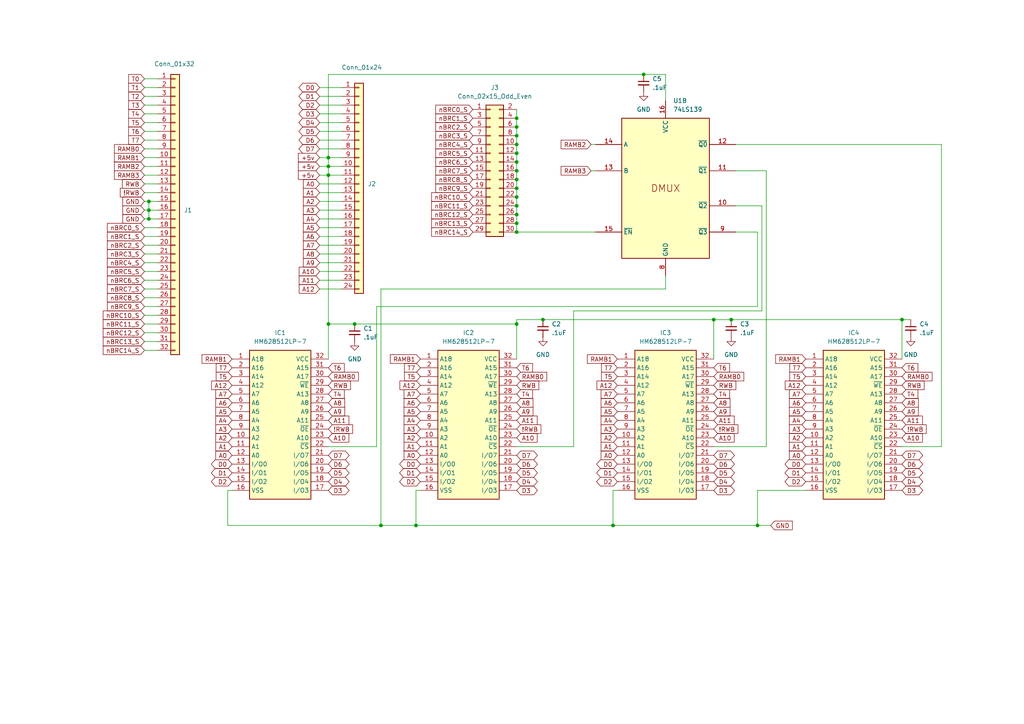
<source format=kicad_sch>
(kicad_sch (version 20231120) (generator "eeschema") (generator_version "8.0")
  (paper "A4")
  (lib_symbols
    (symbol "74xx_IEEE:74LS139"
      (property "Reference" "U" (at 12.7 22.86 0))
      (property "Value" "74LS139" (at 15.24 -22.86 0))
      (symbol "74LS139_0_0"
        (text "DMUX" (at 0 0 0) (effects (font (size 2.032 2.032))))
        (pin power_in line (at 0 25.4 270) (length 5.08) (name "VCC") (number "16"))
        (pin power_in line (at 0 -25.4 90) (length 5.08) (name "GND") (number "8"))
      )
      (symbol "74LS139_1_1"
        (pin input line (at -20.32 -12.7 0) (length 7.62) (name "~{EN}") (number "1"))
        (pin input line (at -20.32 12.7 0) (length 7.62) (name "A") (number "2"))
        (pin input line (at -20.32 5.08 0) (length 7.62) (name "B") (number "3"))
        (pin output line (at 20.32 12.7 180) (length 7.62) (name "~{Q0}") (number "4"))
        (pin output line (at 20.32 5.08 180) (length 7.62) (name "~{Q1}") (number "5"))
        (pin output line (at 20.32 -5.08 180) (length 7.62) (name "~{Q2}") (number "6"))
        (pin output line (at 20.32 -12.7 180) (length 7.62) (name "~{Q3}") (number "7"))
      )
      (symbol "74LS139_2_1"
        (pin output line (at 20.32 -5.08 180) (length 7.62) (name "~{Q2}") (number "10"))
        (pin output line (at 20.32 5.08 180) (length 7.62) (name "~{Q1}") (number "11"))
        (pin output line (at 20.32 12.7 180) (length 7.62) (name "~{Q0}") (number "12"))
        (pin input line (at -20.32 5.08 0) (length 7.62) (name "B") (number "13"))
        (pin input line (at -20.32 12.7 0) (length 7.62) (name "A") (number "14"))
        (pin input line (at -20.32 -12.7 0) (length 7.62) (name "~{EN}") (number "15"))
        (pin output line (at 20.32 -12.7 180) (length 7.62) (name "~{Q3}") (number "9"))
      )
    )
    (symbol "Connector_Generic:Conn_01x24" (pin_names (offset 1.016) hide)
      (property "Reference" "J" (at 0 30.48 0))
      (property "Value" "Conn_01x24" (at 0 -33.02 0))
      (symbol "Conn_01x24_1_1"
        (pin passive line (at -5.08 27.94 0) (length 3.81) (name "Pin_1") (number "1"))
        (pin passive line (at -5.08 5.08 0) (length 3.81) (name "Pin_10") (number "10"))
        (pin passive line (at -5.08 2.54 0) (length 3.81) (name "Pin_11") (number "11"))
        (pin passive line (at -5.08 0 0) (length 3.81) (name "Pin_12") (number "12"))
        (pin passive line (at -5.08 -2.54 0) (length 3.81) (name "Pin_13") (number "13"))
        (pin passive line (at -5.08 -5.08 0) (length 3.81) (name "Pin_14") (number "14"))
        (pin passive line (at -5.08 -7.62 0) (length 3.81) (name "Pin_15") (number "15"))
        (pin passive line (at -5.08 -10.16 0) (length 3.81) (name "Pin_16") (number "16"))
        (pin passive line (at -5.08 -12.7 0) (length 3.81) (name "Pin_17") (number "17"))
        (pin passive line (at -5.08 -15.24 0) (length 3.81) (name "Pin_18") (number "18"))
        (pin passive line (at -5.08 -17.78 0) (length 3.81) (name "Pin_19") (number "19"))
        (pin passive line (at -5.08 25.4 0) (length 3.81) (name "Pin_2") (number "2"))
        (pin passive line (at -5.08 -20.32 0) (length 3.81) (name "Pin_20") (number "20"))
        (pin passive line (at -5.08 -22.86 0) (length 3.81) (name "Pin_21") (number "21"))
        (pin passive line (at -5.08 -25.4 0) (length 3.81) (name "Pin_22") (number "22"))
        (pin passive line (at -5.08 -27.94 0) (length 3.81) (name "Pin_23") (number "23"))
        (pin passive line (at -5.08 -30.48 0) (length 3.81) (name "Pin_24") (number "24"))
        (pin passive line (at -5.08 22.86 0) (length 3.81) (name "Pin_3") (number "3"))
        (pin passive line (at -5.08 20.32 0) (length 3.81) (name "Pin_4") (number "4"))
        (pin passive line (at -5.08 17.78 0) (length 3.81) (name "Pin_5") (number "5"))
        (pin passive line (at -5.08 15.24 0) (length 3.81) (name "Pin_6") (number "6"))
        (pin passive line (at -5.08 12.7 0) (length 3.81) (name "Pin_7") (number "7"))
        (pin passive line (at -5.08 10.16 0) (length 3.81) (name "Pin_8") (number "8"))
        (pin passive line (at -5.08 7.62 0) (length 3.81) (name "Pin_9") (number "9"))
      )
    )
    (symbol "Connector_Generic:Conn_01x32" (pin_names (offset 1.016) hide)
      (property "Reference" "J" (at 0 40.64 0))
      (property "Value" "Conn_01x32" (at 0 -43.18 0))
      (symbol "Conn_01x32_1_1"
        (pin passive line (at -5.08 38.1 0) (length 3.81) (name "Pin_1") (number "1"))
        (pin passive line (at -5.08 15.24 0) (length 3.81) (name "Pin_10") (number "10"))
        (pin passive line (at -5.08 12.7 0) (length 3.81) (name "Pin_11") (number "11"))
        (pin passive line (at -5.08 10.16 0) (length 3.81) (name "Pin_12") (number "12"))
        (pin passive line (at -5.08 7.62 0) (length 3.81) (name "Pin_13") (number "13"))
        (pin passive line (at -5.08 5.08 0) (length 3.81) (name "Pin_14") (number "14"))
        (pin passive line (at -5.08 2.54 0) (length 3.81) (name "Pin_15") (number "15"))
        (pin passive line (at -5.08 0 0) (length 3.81) (name "Pin_16") (number "16"))
        (pin passive line (at -5.08 -2.54 0) (length 3.81) (name "Pin_17") (number "17"))
        (pin passive line (at -5.08 -5.08 0) (length 3.81) (name "Pin_18") (number "18"))
        (pin passive line (at -5.08 -7.62 0) (length 3.81) (name "Pin_19") (number "19"))
        (pin passive line (at -5.08 35.56 0) (length 3.81) (name "Pin_2") (number "2"))
        (pin passive line (at -5.08 -10.16 0) (length 3.81) (name "Pin_20") (number "20"))
        (pin passive line (at -5.08 -12.7 0) (length 3.81) (name "Pin_21") (number "21"))
        (pin passive line (at -5.08 -15.24 0) (length 3.81) (name "Pin_22") (number "22"))
        (pin passive line (at -5.08 -17.78 0) (length 3.81) (name "Pin_23") (number "23"))
        (pin passive line (at -5.08 -20.32 0) (length 3.81) (name "Pin_24") (number "24"))
        (pin passive line (at -5.08 -22.86 0) (length 3.81) (name "Pin_25") (number "25"))
        (pin passive line (at -5.08 -25.4 0) (length 3.81) (name "Pin_26") (number "26"))
        (pin passive line (at -5.08 -27.94 0) (length 3.81) (name "Pin_27") (number "27"))
        (pin passive line (at -5.08 -30.48 0) (length 3.81) (name "Pin_28") (number "28"))
        (pin passive line (at -5.08 -33.02 0) (length 3.81) (name "Pin_29") (number "29"))
        (pin passive line (at -5.08 33.02 0) (length 3.81) (name "Pin_3") (number "3"))
        (pin passive line (at -5.08 -35.56 0) (length 3.81) (name "Pin_30") (number "30"))
        (pin passive line (at -5.08 -38.1 0) (length 3.81) (name "Pin_31") (number "31"))
        (pin passive line (at -5.08 -40.64 0) (length 3.81) (name "Pin_32") (number "32"))
        (pin passive line (at -5.08 30.48 0) (length 3.81) (name "Pin_4") (number "4"))
        (pin passive line (at -5.08 27.94 0) (length 3.81) (name "Pin_5") (number "5"))
        (pin passive line (at -5.08 25.4 0) (length 3.81) (name "Pin_6") (number "6"))
        (pin passive line (at -5.08 22.86 0) (length 3.81) (name "Pin_7") (number "7"))
        (pin passive line (at -5.08 20.32 0) (length 3.81) (name "Pin_8") (number "8"))
        (pin passive line (at -5.08 17.78 0) (length 3.81) (name "Pin_9") (number "9"))
      )
    )
    (symbol "Connector_Generic:Conn_02x15_Odd_Even" (pin_names (offset 1.016) hide)
      (property "Reference" "J" (at 1.27 20.32 0))
      (property "Value" "Conn_02x15_Odd_Even" (at 1.27 -20.32 0))
      (symbol "Conn_02x15_Odd_Even_1_1"
        (pin passive line (at -5.08 17.78 0) (length 3.81) (name "Pin_1") (number "1"))
        (pin passive line (at 7.62 7.62 180) (length 3.81) (name "Pin_10") (number "10"))
        (pin passive line (at -5.08 5.08 0) (length 3.81) (name "Pin_11") (number "11"))
        (pin passive line (at 7.62 5.08 180) (length 3.81) (name "Pin_12") (number "12"))
        (pin passive line (at -5.08 2.54 0) (length 3.81) (name "Pin_13") (number "13"))
        (pin passive line (at 7.62 2.54 180) (length 3.81) (name "Pin_14") (number "14"))
        (pin passive line (at -5.08 0 0) (length 3.81) (name "Pin_15") (number "15"))
        (pin passive line (at 7.62 0 180) (length 3.81) (name "Pin_16") (number "16"))
        (pin passive line (at -5.08 -2.54 0) (length 3.81) (name "Pin_17") (number "17"))
        (pin passive line (at 7.62 -2.54 180) (length 3.81) (name "Pin_18") (number "18"))
        (pin passive line (at -5.08 -5.08 0) (length 3.81) (name "Pin_19") (number "19"))
        (pin passive line (at 7.62 17.78 180) (length 3.81) (name "Pin_2") (number "2"))
        (pin passive line (at 7.62 -5.08 180) (length 3.81) (name "Pin_20") (number "20"))
        (pin passive line (at -5.08 -7.62 0) (length 3.81) (name "Pin_21") (number "21"))
        (pin passive line (at 7.62 -7.62 180) (length 3.81) (name "Pin_22") (number "22"))
        (pin passive line (at -5.08 -10.16 0) (length 3.81) (name "Pin_23") (number "23"))
        (pin passive line (at 7.62 -10.16 180) (length 3.81) (name "Pin_24") (number "24"))
        (pin passive line (at -5.08 -12.7 0) (length 3.81) (name "Pin_25") (number "25"))
        (pin passive line (at 7.62 -12.7 180) (length 3.81) (name "Pin_26") (number "26"))
        (pin passive line (at -5.08 -15.24 0) (length 3.81) (name "Pin_27") (number "27"))
        (pin passive line (at 7.62 -15.24 180) (length 3.81) (name "Pin_28") (number "28"))
        (pin passive line (at -5.08 -17.78 0) (length 3.81) (name "Pin_29") (number "29"))
        (pin passive line (at -5.08 15.24 0) (length 3.81) (name "Pin_3") (number "3"))
        (pin passive line (at 7.62 -17.78 180) (length 3.81) (name "Pin_30") (number "30"))
        (pin passive line (at 7.62 15.24 180) (length 3.81) (name "Pin_4") (number "4"))
        (pin passive line (at -5.08 12.7 0) (length 3.81) (name "Pin_5") (number "5"))
        (pin passive line (at 7.62 12.7 180) (length 3.81) (name "Pin_6") (number "6"))
        (pin passive line (at -5.08 10.16 0) (length 3.81) (name "Pin_7") (number "7"))
        (pin passive line (at 7.62 10.16 180) (length 3.81) (name "Pin_8") (number "8"))
        (pin passive line (at -5.08 7.62 0) (length 3.81) (name "Pin_9") (number "9"))
      )
    )
    (symbol "Device:C_Small" (pin_numbers hide) (pin_names (offset 0.254) hide)
      (property "Reference" "C" (at 0.254 1.778 0))
      (property "Value" "C_Small" (at 0.254 -2.032 0))
      (symbol "C_Small_1_1"
        (pin passive line (at 0 2.54 270) (length 2.032) (name "~") (number "1"))
        (pin passive line (at 0 -2.54 90) (length 2.032) (name "~") (number "2"))
      )
    )
    (symbol "HM62512LFP-7:HM628512LFP-7"
      (property "Reference" "IC" (at 24.13 7.62 0))
      (property "Value" "HM628512LFP-7" (at 24.13 5.08 0))
      (symbol "HM628512LFP-7_1_1"
        (pin passive line (at 0 0 0) (length 5.08) (name "A18") (number "1"))
        (pin passive line (at 0 -22.86 0) (length 5.08) (name "A2") (number "10"))
        (pin passive line (at 0 -25.4 0) (length 5.08) (name "A1") (number "11"))
        (pin passive line (at 0 -27.94 0) (length 5.08) (name "A0") (number "12"))
        (pin passive line (at 0 -30.48 0) (length 5.08) (name "I/O0") (number "13"))
        (pin passive line (at 0 -33.02 0) (length 5.08) (name "I/O1") (number "14"))
        (pin passive line (at 0 -35.56 0) (length 5.08) (name "I/O2") (number "15"))
        (pin passive line (at 0 -38.1 0) (length 5.08) (name "VSS") (number "16"))
        (pin passive line (at 27.94 -38.1 180) (length 5.08) (name "I/O3") (number "17"))
        (pin passive line (at 27.94 -35.56 180) (length 5.08) (name "I/O4") (number "18"))
        (pin passive line (at 27.94 -33.02 180) (length 5.08) (name "I/O5") (number "19"))
        (pin passive line (at 0 -2.54 0) (length 5.08) (name "A16") (number "2"))
        (pin passive line (at 27.94 -30.48 180) (length 5.08) (name "I/O6") (number "20"))
        (pin passive line (at 27.94 -27.94 180) (length 5.08) (name "I/O7") (number "21"))
        (pin passive line (at 27.94 -25.4 180) (length 5.08) (name "~{CS}") (number "22"))
        (pin passive line (at 27.94 -22.86 180) (length 5.08) (name "A10") (number "23"))
        (pin passive line (at 27.94 -20.32 180) (length 5.08) (name "~{OE}") (number "24"))
        (pin passive line (at 27.94 -17.78 180) (length 5.08) (name "A11") (number "25"))
        (pin passive line (at 27.94 -15.24 180) (length 5.08) (name "A9") (number "26"))
        (pin passive line (at 27.94 -12.7 180) (length 5.08) (name "A8") (number "27"))
        (pin passive line (at 27.94 -10.16 180) (length 5.08) (name "A13") (number "28"))
        (pin passive line (at 27.94 -7.62 180) (length 5.08) (name "~{WE}") (number "29"))
        (pin passive line (at 0 -5.08 0) (length 5.08) (name "A14") (number "3"))
        (pin passive line (at 27.94 -5.08 180) (length 5.08) (name "A17") (number "30"))
        (pin passive line (at 27.94 -2.54 180) (length 5.08) (name "A15") (number "31"))
        (pin passive line (at 27.94 0 180) (length 5.08) (name "VCC") (number "32"))
        (pin passive line (at 0 -7.62 0) (length 5.08) (name "A12") (number "4"))
        (pin passive line (at 0 -10.16 0) (length 5.08) (name "A7") (number "5"))
        (pin passive line (at 0 -12.7 0) (length 5.08) (name "A6") (number "6"))
        (pin passive line (at 0 -15.24 0) (length 5.08) (name "A5") (number "7"))
        (pin passive line (at 0 -17.78 0) (length 5.08) (name "A4") (number "8"))
        (pin passive line (at 0 -20.32 0) (length 5.08) (name "A3") (number "9"))
      )
    )
    (symbol "power:GND" (power) (pin_numbers hide) (pin_names (offset 0) hide)
      (property "Value" "GND" (at 0 -3.81 0))
      (symbol "GND_1_1"
        (pin power_in line (at 0 0 270) (length 0) (name "~") (number "1"))
      )
    )
  )
  (junction (at 149.86 39.37))
  (junction (at 102.87 93.98))
  (junction (at 120.65 152.4))
  (junction (at 186.69 21.59))
  (junction (at 149.86 41.91))
  (junction (at 149.86 46.99))
  (junction (at 149.86 57.15))
  (junction (at 261.62 92.71))
  (junction (at 207.01 92.71))
  (junction (at 149.86 59.69))
  (junction (at 149.86 36.83))
  (junction (at 43.18 60.96))
  (junction (at 149.86 67.31))
  (junction (at 43.18 63.5))
  (junction (at 95.25 93.98))
  (junction (at 149.86 93.98))
  (junction (at 110.49 152.4))
  (junction (at 149.86 64.77))
  (junction (at 149.86 44.45))
  (junction (at 149.86 49.53))
  (junction (at 95.25 45.72))
  (junction (at 149.86 62.23))
  (junction (at 157.48 92.71))
  (junction (at 95.25 48.26))
  (junction (at 149.86 34.29))
  (junction (at 149.86 54.61))
  (junction (at 95.25 50.8))
  (junction (at 43.18 58.42))
  (junction (at 212.09 92.71))
  (junction (at 149.86 52.07))
  (junction (at 219.71 152.4))
  (junction (at 177.8 152.4))
  (wire (pts (xy 207.01 92.71) (xy 212.09 92.71)))
  (wire (pts (xy 149.86 64.77) (xy 149.86 67.31)))
  (wire (pts (xy 45.72 43.18) (xy 41.91 43.18)))
  (wire (pts (xy 99.06 71.12) (xy 92.71 71.12)))
  (wire (pts (xy 219.71 152.4) (xy 177.8 152.4)))
  (wire (pts (xy 45.72 81.28) (xy 41.91 81.28)))
  (wire (pts (xy 45.72 53.34) (xy 41.91 53.34)))
  (wire (pts (xy 222.25 49.53) (xy 222.25 129.54)))
  (wire (pts (xy 149.86 104.14) (xy 149.86 93.98)))
  (wire (pts (xy 149.86 54.61) (xy 149.86 57.15)))
  (wire (pts (xy 43.18 60.96) (xy 41.91 60.96)))
  (wire (pts (xy 99.06 58.42) (xy 92.71 58.42)))
  (wire (pts (xy 95.25 93.98) (xy 102.87 93.98)))
  (wire (pts (xy 45.72 38.1) (xy 41.91 38.1)))
  (wire (pts (xy 157.48 92.71) (xy 207.01 92.71)))
  (wire (pts (xy 99.06 66.04) (xy 92.71 66.04)))
  (wire (pts (xy 99.06 81.28) (xy 92.71 81.28)))
  (wire (pts (xy 177.8 142.24) (xy 177.8 152.4)))
  (wire (pts (xy 99.06 73.66) (xy 92.71 73.66)))
  (wire (pts (xy 102.87 93.98) (xy 149.86 93.98)))
  (wire (pts (xy 95.25 129.54) (xy 109.22 129.54)))
  (wire (pts (xy 149.86 31.75) (xy 149.86 34.29)))
  (wire (pts (xy 43.18 60.96) (xy 43.18 63.5)))
  (wire (pts (xy 45.72 35.56) (xy 41.91 35.56)))
  (wire (pts (xy 207.01 129.54) (xy 222.25 129.54)))
  (wire (pts (xy 220.98 90.17) (xy 166.37 90.17)))
  (wire (pts (xy 149.86 59.69) (xy 149.86 62.23)))
  (wire (pts (xy 149.86 46.99) (xy 149.86 49.53)))
  (wire (pts (xy 45.72 91.44) (xy 41.91 91.44)))
  (wire (pts (xy 193.04 80.01) (xy 193.04 83.82)))
  (wire (pts (xy 99.06 38.1) (xy 92.71 38.1)))
  (wire (pts (xy 45.72 71.12) (xy 41.91 71.12)))
  (wire (pts (xy 45.72 83.82) (xy 41.91 83.82)))
  (wire (pts (xy 45.72 30.48) (xy 41.91 30.48)))
  (wire (pts (xy 45.72 63.5) (xy 43.18 63.5)))
  (wire (pts (xy 149.86 62.23) (xy 149.86 64.77)))
  (wire (pts (xy 45.72 78.74) (xy 41.91 78.74)))
  (wire (pts (xy 149.86 36.83) (xy 149.86 39.37)))
  (wire (pts (xy 193.04 21.59) (xy 186.69 21.59)))
  (wire (pts (xy 92.71 48.26) (xy 95.25 48.26)))
  (wire (pts (xy 45.72 73.66) (xy 41.91 73.66)))
  (wire (pts (xy 99.06 30.48) (xy 92.71 30.48)))
  (wire (pts (xy 219.71 152.4) (xy 223.52 152.4)))
  (wire (pts (xy 213.36 67.31) (xy 219.71 67.31)))
  (wire (pts (xy 149.86 93.98) (xy 149.86 92.71)))
  (wire (pts (xy 66.04 142.24) (xy 67.31 142.24)))
  (wire (pts (xy 95.25 21.59) (xy 95.25 45.72)))
  (wire (pts (xy 219.71 67.31) (xy 219.71 88.9)))
  (wire (pts (xy 149.86 39.37) (xy 149.86 41.91)))
  (wire (pts (xy 43.18 58.42) (xy 41.91 58.42)))
  (wire (pts (xy 45.72 60.96) (xy 43.18 60.96)))
  (wire (pts (xy 99.06 48.26) (xy 95.25 48.26)))
  (wire (pts (xy 186.69 21.59) (xy 95.25 21.59)))
  (wire (pts (xy 45.72 66.04) (xy 41.91 66.04)))
  (wire (pts (xy 45.72 45.72) (xy 41.91 45.72)))
  (wire (pts (xy 99.06 45.72) (xy 95.25 45.72)))
  (wire (pts (xy 45.72 40.64) (xy 41.91 40.64)))
  (wire (pts (xy 193.04 29.21) (xy 193.04 21.59)))
  (wire (pts (xy 95.25 50.8) (xy 95.25 93.98)))
  (wire (pts (xy 219.71 142.24) (xy 233.68 142.24)))
  (wire (pts (xy 99.06 35.56) (xy 92.71 35.56)))
  (wire (pts (xy 45.72 22.86) (xy 41.91 22.86)))
  (wire (pts (xy 171.45 49.53) (xy 172.72 49.53)))
  (wire (pts (xy 99.06 68.58) (xy 92.71 68.58)))
  (wire (pts (xy 149.86 52.07) (xy 149.86 54.61)))
  (wire (pts (xy 45.72 101.6) (xy 41.91 101.6)))
  (wire (pts (xy 45.72 93.98) (xy 41.91 93.98)))
  (wire (pts (xy 99.06 63.5) (xy 92.71 63.5)))
  (wire (pts (xy 149.86 44.45) (xy 149.86 46.99)))
  (wire (pts (xy 207.01 104.14) (xy 207.01 92.71)))
  (wire (pts (xy 109.22 88.9) (xy 109.22 129.54)))
  (wire (pts (xy 261.62 129.54) (xy 273.05 129.54)))
  (wire (pts (xy 99.06 60.96) (xy 92.71 60.96)))
  (wire (pts (xy 213.36 59.69) (xy 220.98 59.69)))
  (wire (pts (xy 149.86 129.54) (xy 166.37 129.54)))
  (wire (pts (xy 45.72 48.26) (xy 41.91 48.26)))
  (wire (pts (xy 43.18 58.42) (xy 43.18 60.96)))
  (wire (pts (xy 45.72 25.4) (xy 41.91 25.4)))
  (wire (pts (xy 99.06 50.8) (xy 95.25 50.8)))
  (wire (pts (xy 273.05 41.91) (xy 273.05 129.54)))
  (wire (pts (xy 261.62 104.14) (xy 261.62 92.71)))
  (wire (pts (xy 99.06 53.34) (xy 92.71 53.34)))
  (wire (pts (xy 92.71 45.72) (xy 95.25 45.72)))
  (wire (pts (xy 149.86 49.53) (xy 149.86 52.07)))
  (wire (pts (xy 110.49 152.4) (xy 66.04 152.4)))
  (wire (pts (xy 166.37 90.17) (xy 166.37 129.54)))
  (wire (pts (xy 149.86 92.71) (xy 157.48 92.71)))
  (wire (pts (xy 99.06 83.82) (xy 92.71 83.82)))
  (wire (pts (xy 45.72 76.2) (xy 41.91 76.2)))
  (wire (pts (xy 120.65 142.24) (xy 120.65 152.4)))
  (wire (pts (xy 193.04 83.82) (xy 110.49 83.82)))
  (wire (pts (xy 149.86 57.15) (xy 149.86 59.69)))
  (wire (pts (xy 213.36 41.91) (xy 273.05 41.91)))
  (wire (pts (xy 66.04 142.24) (xy 66.04 152.4)))
  (wire (pts (xy 45.72 58.42) (xy 43.18 58.42)))
  (wire (pts (xy 99.06 40.64) (xy 92.71 40.64)))
  (wire (pts (xy 45.72 86.36) (xy 41.91 86.36)))
  (wire (pts (xy 99.06 27.94) (xy 92.71 27.94)))
  (wire (pts (xy 110.49 83.82) (xy 110.49 152.4)))
  (wire (pts (xy 213.36 49.53) (xy 222.25 49.53)))
  (wire (pts (xy 45.72 27.94) (xy 41.91 27.94)))
  (wire (pts (xy 99.06 25.4) (xy 92.71 25.4)))
  (wire (pts (xy 149.86 41.91) (xy 149.86 44.45)))
  (wire (pts (xy 92.71 50.8) (xy 95.25 50.8)))
  (wire (pts (xy 95.25 45.72) (xy 95.25 48.26)))
  (wire (pts (xy 95.25 48.26) (xy 95.25 50.8)))
  (wire (pts (xy 45.72 68.58) (xy 41.91 68.58)))
  (wire (pts (xy 219.71 142.24) (xy 219.71 152.4)))
  (wire (pts (xy 220.98 59.69) (xy 220.98 90.17)))
  (wire (pts (xy 45.72 88.9) (xy 41.91 88.9)))
  (wire (pts (xy 43.18 63.5) (xy 41.91 63.5)))
  (wire (pts (xy 45.72 33.02) (xy 41.91 33.02)))
  (wire (pts (xy 45.72 99.06) (xy 41.91 99.06)))
  (wire (pts (xy 212.09 92.71) (xy 261.62 92.71)))
  (wire (pts (xy 95.25 93.98) (xy 95.25 104.14)))
  (wire (pts (xy 99.06 76.2) (xy 92.71 76.2)))
  (wire (pts (xy 120.65 152.4) (xy 110.49 152.4)))
  (wire (pts (xy 149.86 34.29) (xy 149.86 36.83)))
  (wire (pts (xy 120.65 142.24) (xy 121.92 142.24)))
  (wire (pts (xy 99.06 43.18) (xy 92.71 43.18)))
  (wire (pts (xy 171.45 41.91) (xy 172.72 41.91)))
  (wire (pts (xy 177.8 142.24) (xy 179.07 142.24)))
  (wire (pts (xy 45.72 50.8) (xy 41.91 50.8)))
  (wire (pts (xy 219.71 88.9) (xy 109.22 88.9)))
  (wire (pts (xy 45.72 55.88) (xy 41.91 55.88)))
  (wire (pts (xy 45.72 96.52) (xy 41.91 96.52)))
  (wire (pts (xy 99.06 33.02) (xy 92.71 33.02)))
  (wire (pts (xy 261.62 92.71) (xy 264.16 92.71)))
  (wire (pts (xy 99.06 78.74) (xy 92.71 78.74)))
  (wire (pts (xy 99.06 55.88) (xy 92.71 55.88)))
  (wire (pts (xy 177.8 152.4) (xy 120.65 152.4)))
  (wire (pts (xy 149.86 67.31) (xy 172.72 67.31)))
  (global_label "A6" (shape input) (at 179.07 116.84 180) (property "Intersheetrefs" "${INTERSHEET_REFS}" (effects (hide yes))))
  (global_label "RAMB1" (shape input) (at 41.91 45.72 180) (property "Intersheetrefs" "${INTERSHEET_REFS}" (effects (hide yes))))
  (global_label "A1" (shape input) (at 67.31 129.54 180) (property "Intersheetrefs" "${INTERSHEET_REFS}" (effects (hide yes))))
  (global_label "RWB" (shape input) (at 149.86 111.76 0) (property "Intersheetrefs" "${INTERSHEET_REFS}" (effects (hide yes))))
  (global_label "D7" (shape tri_state) (at 149.86 132.08 0) (property "Intersheetrefs" "${INTERSHEET_REFS}" (effects (hide yes))))
  (global_label "D1" (shape tri_state) (at 233.68 137.16 180) (property "Intersheetrefs" "${INTERSHEET_REFS}" (effects (hide yes))))
  (global_label "nBRC0_S" (shape input) (at 137.16 31.75 180) (property "Intersheetrefs" "${INTERSHEET_REFS}" (effects (hide yes))))
  (global_label "T6" (shape input) (at 207.01 106.68 0) (property "Intersheetrefs" "${INTERSHEET_REFS}" (effects (hide yes))))
  (global_label "A0" (shape input) (at 233.68 132.08 180) (property "Intersheetrefs" "${INTERSHEET_REFS}" (effects (hide yes))))
  (global_label "GND" (shape input) (at 41.91 58.42 180) (property "Intersheetrefs" "${INTERSHEET_REFS}" (effects (hide yes))))
  (global_label "A3" (shape input) (at 179.07 124.46 180) (property "Intersheetrefs" "${INTERSHEET_REFS}" (effects (hide yes))))
  (global_label "D0" (shape tri_state) (at 233.68 134.62 180) (property "Intersheetrefs" "${INTERSHEET_REFS}" (effects (hide yes))))
  (global_label "D1" (shape tri_state) (at 179.07 137.16 180) (property "Intersheetrefs" "${INTERSHEET_REFS}" (effects (hide yes))))
  (global_label "A4" (shape input) (at 233.68 121.92 180) (property "Intersheetrefs" "${INTERSHEET_REFS}" (effects (hide yes))))
  (global_label "T3" (shape input) (at 41.91 30.48 180) (property "Intersheetrefs" "${INTERSHEET_REFS}" (effects (hide yes))))
  (global_label "nBRC1_S" (shape input) (at 137.16 34.29 180) (property "Intersheetrefs" "${INTERSHEET_REFS}" (effects (hide yes))))
  (global_label "A10" (shape input) (at 149.86 127 0) (property "Intersheetrefs" "${INTERSHEET_REFS}" (effects (hide yes))))
  (global_label "RAMB1" (shape input) (at 67.31 104.14 180) (property "Intersheetrefs" "${INTERSHEET_REFS}" (effects (hide yes))))
  (global_label "!RWB" (shape input) (at 149.86 124.46 0) (property "Intersheetrefs" "${INTERSHEET_REFS}" (effects (hide yes))))
  (global_label "T4" (shape input) (at 95.25 114.3 0) (property "Intersheetrefs" "${INTERSHEET_REFS}" (effects (hide yes))))
  (global_label "D2" (shape tri_state) (at 233.68 139.7 180) (property "Intersheetrefs" "${INTERSHEET_REFS}" (effects (hide yes))))
  (global_label "A11" (shape input) (at 149.86 121.92 0) (property "Intersheetrefs" "${INTERSHEET_REFS}" (effects (hide yes))))
  (global_label "A0" (shape input) (at 92.71 53.34 180) (property "Intersheetrefs" "${INTERSHEET_REFS}" (effects (hide yes))))
  (global_label "T6" (shape input) (at 149.86 106.68 0) (property "Intersheetrefs" "${INTERSHEET_REFS}" (effects (hide yes))))
  (global_label "A6" (shape input) (at 121.92 116.84 180) (property "Intersheetrefs" "${INTERSHEET_REFS}" (effects (hide yes))))
  (global_label "RAMB0" (shape input) (at 41.91 43.18 180) (property "Intersheetrefs" "${INTERSHEET_REFS}" (effects (hide yes))))
  (global_label "D7" (shape tri_state) (at 95.25 132.08 0) (property "Intersheetrefs" "${INTERSHEET_REFS}" (effects (hide yes))))
  (global_label "A4" (shape input) (at 179.07 121.92 180) (property "Intersheetrefs" "${INTERSHEET_REFS}" (effects (hide yes))))
  (global_label "nBRC2_S" (shape input) (at 41.91 71.12 180) (property "Intersheetrefs" "${INTERSHEET_REFS}" (effects (hide yes))))
  (global_label "A9" (shape input) (at 261.62 119.38 0) (property "Intersheetrefs" "${INTERSHEET_REFS}" (effects (hide yes))))
  (global_label "T5" (shape input) (at 233.68 109.22 180) (property "Intersheetrefs" "${INTERSHEET_REFS}" (effects (hide yes))))
  (global_label "RAMB1" (shape input) (at 121.92 104.14 180) (property "Intersheetrefs" "${INTERSHEET_REFS}" (effects (hide yes))))
  (global_label "A10" (shape input) (at 207.01 127 0) (property "Intersheetrefs" "${INTERSHEET_REFS}" (effects (hide yes))))
  (global_label "GND" (shape input) (at 41.91 63.5 180) (property "Intersheetrefs" "${INTERSHEET_REFS}" (effects (hide yes))))
  (global_label "D4" (shape tri_state) (at 207.01 139.7 0) (property "Intersheetrefs" "${INTERSHEET_REFS}" (effects (hide yes))))
  (global_label "T6" (shape input) (at 41.91 38.1 180) (property "Intersheetrefs" "${INTERSHEET_REFS}" (effects (hide yes))))
  (global_label "A2" (shape input) (at 233.68 127 180) (property "Intersheetrefs" "${INTERSHEET_REFS}" (effects (hide yes))))
  (global_label "A4" (shape input) (at 92.71 63.5 180) (property "Intersheetrefs" "${INTERSHEET_REFS}" (effects (hide yes))))
  (global_label "A7" (shape input) (at 233.68 114.3 180) (property "Intersheetrefs" "${INTERSHEET_REFS}" (effects (hide yes))))
  (global_label "D6" (shape tri_state) (at 92.71 40.64 180) (property "Intersheetrefs" "${INTERSHEET_REFS}" (effects (hide yes))))
  (global_label "!RWB" (shape input) (at 261.62 124.46 0) (property "Intersheetrefs" "${INTERSHEET_REFS}" (effects (hide yes))))
  (global_label "A7" (shape input) (at 67.31 114.3 180) (property "Intersheetrefs" "${INTERSHEET_REFS}" (effects (hide yes))))
  (global_label "D1" (shape tri_state) (at 121.92 137.16 180) (property "Intersheetrefs" "${INTERSHEET_REFS}" (effects (hide yes))))
  (global_label "A1" (shape input) (at 233.68 129.54 180) (property "Intersheetrefs" "${INTERSHEET_REFS}" (effects (hide yes))))
  (global_label "A12" (shape input) (at 92.71 83.82 180) (property "Intersheetrefs" "${INTERSHEET_REFS}" (effects (hide yes))))
  (global_label "A3" (shape input) (at 92.71 60.96 180) (property "Intersheetrefs" "${INTERSHEET_REFS}" (effects (hide yes))))
  (global_label "T4" (shape input) (at 261.62 114.3 0) (property "Intersheetrefs" "${INTERSHEET_REFS}" (effects (hide yes))))
  (global_label "A2" (shape input) (at 92.71 58.42 180) (property "Intersheetrefs" "${INTERSHEET_REFS}" (effects (hide yes))))
  (global_label "nBRC9_S" (shape input) (at 137.16 54.61 180) (property "Intersheetrefs" "${INTERSHEET_REFS}" (effects (hide yes))))
  (global_label "nBRC8_S" (shape input) (at 41.91 86.36 180) (property "Intersheetrefs" "${INTERSHEET_REFS}" (effects (hide yes))))
  (global_label "T4" (shape input) (at 41.91 33.02 180) (property "Intersheetrefs" "${INTERSHEET_REFS}" (effects (hide yes))))
  (global_label "nBRC14_S" (shape input) (at 137.16 67.31 180) (property "Intersheetrefs" "${INTERSHEET_REFS}" (effects (hide yes))))
  (global_label "D2" (shape tri_state) (at 67.31 139.7 180) (property "Intersheetrefs" "${INTERSHEET_REFS}" (effects (hide yes))))
  (global_label "D3" (shape tri_state) (at 92.71 33.02 180) (property "Intersheetrefs" "${INTERSHEET_REFS}" (effects (hide yes))))
  (global_label "D6" (shape tri_state) (at 261.62 134.62 0) (property "Intersheetrefs" "${INTERSHEET_REFS}" (effects (hide yes))))
  (global_label "+5v" (shape input) (at 92.71 45.72 180) (property "Intersheetrefs" "${INTERSHEET_REFS}" (effects (hide yes))))
  (global_label "nBRC13_S" (shape input) (at 41.91 99.06 180) (property "Intersheetrefs" "${INTERSHEET_REFS}" (effects (hide yes))))
  (global_label "D3" (shape tri_state) (at 95.25 142.24 0) (property "Intersheetrefs" "${INTERSHEET_REFS}" (effects (hide yes))))
  (global_label "T7" (shape input) (at 121.92 106.68 180) (property "Intersheetrefs" "${INTERSHEET_REFS}" (effects (hide yes))))
  (global_label "A5" (shape input) (at 179.07 119.38 180) (property "Intersheetrefs" "${INTERSHEET_REFS}" (effects (hide yes))))
  (global_label "A2" (shape input) (at 179.07 127 180) (property "Intersheetrefs" "${INTERSHEET_REFS}" (effects (hide yes))))
  (global_label "RAMB1" (shape input) (at 179.07 104.14 180) (property "Intersheetrefs" "${INTERSHEET_REFS}" (effects (hide yes))))
  (global_label "GND" (shape input) (at 223.52 152.4 0) (property "Intersheetrefs" "${INTERSHEET_REFS}" (effects (hide yes))))
  (global_label "A7" (shape input) (at 92.71 71.12 180) (property "Intersheetrefs" "${INTERSHEET_REFS}" (effects (hide yes))))
  (global_label "A9" (shape input) (at 207.01 119.38 0) (property "Intersheetrefs" "${INTERSHEET_REFS}" (effects (hide yes))))
  (global_label "A0" (shape input) (at 67.31 132.08 180) (property "Intersheetrefs" "${INTERSHEET_REFS}" (effects (hide yes))))
  (global_label "nBRC6_S" (shape input) (at 41.91 81.28 180) (property "Intersheetrefs" "${INTERSHEET_REFS}" (effects (hide yes))))
  (global_label "T5" (shape input) (at 179.07 109.22 180) (property "Intersheetrefs" "${INTERSHEET_REFS}" (effects (hide yes))))
  (global_label "A1" (shape input) (at 92.71 55.88 180) (property "Intersheetrefs" "${INTERSHEET_REFS}" (effects (hide yes))))
  (global_label "D5" (shape tri_state) (at 92.71 38.1 180) (property "Intersheetrefs" "${INTERSHEET_REFS}" (effects (hide yes))))
  (global_label "nBRC3_S" (shape input) (at 41.91 73.66 180) (property "Intersheetrefs" "${INTERSHEET_REFS}" (effects (hide yes))))
  (global_label "RAMB0" (shape input) (at 149.86 109.22 0) (property "Intersheetrefs" "${INTERSHEET_REFS}" (effects (hide yes))))
  (global_label "nBRC4_S" (shape input) (at 41.91 76.2 180) (property "Intersheetrefs" "${INTERSHEET_REFS}" (effects (hide yes))))
  (global_label "nBRC9_S" (shape input) (at 41.91 88.9 180) (property "Intersheetrefs" "${INTERSHEET_REFS}" (effects (hide yes))))
  (global_label "RAMB0" (shape input) (at 95.25 109.22 0) (property "Intersheetrefs" "${INTERSHEET_REFS}" (effects (hide yes))))
  (global_label "A12" (shape input) (at 179.07 111.76 180) (property "Intersheetrefs" "${INTERSHEET_REFS}" (effects (hide yes))))
  (global_label "A1" (shape input) (at 121.92 129.54 180) (property "Intersheetrefs" "${INTERSHEET_REFS}" (effects (hide yes))))
  (global_label "!RWB" (shape input) (at 207.01 124.46 0) (property "Intersheetrefs" "${INTERSHEET_REFS}" (effects (hide yes))))
  (global_label "A3" (shape input) (at 233.68 124.46 180) (property "Intersheetrefs" "${INTERSHEET_REFS}" (effects (hide yes))))
  (global_label "A8" (shape input) (at 149.86 116.84 0) (property "Intersheetrefs" "${INTERSHEET_REFS}" (effects (hide yes))))
  (global_label "nBRC8_S" (shape input) (at 137.16 52.07 180) (property "Intersheetrefs" "${INTERSHEET_REFS}" (effects (hide yes))))
  (global_label "A10" (shape input) (at 95.25 127 0) (property "Intersheetrefs" "${INTERSHEET_REFS}" (effects (hide yes))))
  (global_label "A2" (shape input) (at 67.31 127 180) (property "Intersheetrefs" "${INTERSHEET_REFS}" (effects (hide yes))))
  (global_label "GND" (shape input) (at 41.91 60.96 180) (property "Intersheetrefs" "${INTERSHEET_REFS}" (effects (hide yes))))
  (global_label "D3" (shape tri_state) (at 207.01 142.24 0) (property "Intersheetrefs" "${INTERSHEET_REFS}" (effects (hide yes))))
  (global_label "D3" (shape tri_state) (at 149.86 142.24 0) (property "Intersheetrefs" "${INTERSHEET_REFS}" (effects (hide yes))))
  (global_label "!RWB" (shape input) (at 41.91 55.88 180) (property "Intersheetrefs" "${INTERSHEET_REFS}" (effects (hide yes))))
  (global_label "nBRC12_S" (shape input) (at 137.16 62.23 180) (property "Intersheetrefs" "${INTERSHEET_REFS}" (effects (hide yes))))
  (global_label "D7" (shape tri_state) (at 92.71 43.18 180) (property "Intersheetrefs" "${INTERSHEET_REFS}" (effects (hide yes))))
  (global_label "A11" (shape input) (at 207.01 121.92 0) (property "Intersheetrefs" "${INTERSHEET_REFS}" (effects (hide yes))))
  (global_label "nBRC13_S" (shape input) (at 137.16 64.77 180) (property "Intersheetrefs" "${INTERSHEET_REFS}" (effects (hide yes))))
  (global_label "A4" (shape input) (at 121.92 121.92 180) (property "Intersheetrefs" "${INTERSHEET_REFS}" (effects (hide yes))))
  (global_label "A3" (shape input) (at 121.92 124.46 180) (property "Intersheetrefs" "${INTERSHEET_REFS}" (effects (hide yes))))
  (global_label "T7" (shape input) (at 233.68 106.68 180) (property "Intersheetrefs" "${INTERSHEET_REFS}" (effects (hide yes))))
  (global_label "T6" (shape input) (at 95.25 106.68 0) (property "Intersheetrefs" "${INTERSHEET_REFS}" (effects (hide yes))))
  (global_label "D7" (shape tri_state) (at 261.62 132.08 0) (property "Intersheetrefs" "${INTERSHEET_REFS}" (effects (hide yes))))
  (global_label "D1" (shape tri_state) (at 67.31 137.16 180) (property "Intersheetrefs" "${INTERSHEET_REFS}" (effects (hide yes))))
  (global_label "T4" (shape input) (at 149.86 114.3 0) (property "Intersheetrefs" "${INTERSHEET_REFS}" (effects (hide yes))))
  (global_label "D1" (shape tri_state) (at 92.71 27.94 180) (property "Intersheetrefs" "${INTERSHEET_REFS}" (effects (hide yes))))
  (global_label "A5" (shape input) (at 92.71 66.04 180) (property "Intersheetrefs" "${INTERSHEET_REFS}" (effects (hide yes))))
  (global_label "D6" (shape tri_state) (at 149.86 134.62 0) (property "Intersheetrefs" "${INTERSHEET_REFS}" (effects (hide yes))))
  (global_label "D4" (shape tri_state) (at 92.71 35.56 180) (property "Intersheetrefs" "${INTERSHEET_REFS}" (effects (hide yes))))
  (global_label "A11" (shape input) (at 261.62 121.92 0) (property "Intersheetrefs" "${INTERSHEET_REFS}" (effects (hide yes))))
  (global_label "T7" (shape input) (at 41.91 40.64 180) (property "Intersheetrefs" "${INTERSHEET_REFS}" (effects (hide yes))))
  (global_label "D5" (shape tri_state) (at 207.01 137.16 0) (property "Intersheetrefs" "${INTERSHEET_REFS}" (effects (hide yes))))
  (global_label "nBRC5_S" (shape input) (at 41.91 78.74 180) (property "Intersheetrefs" "${INTERSHEET_REFS}" (effects (hide yes))))
  (global_label "A10" (shape input) (at 261.62 127 0) (property "Intersheetrefs" "${INTERSHEET_REFS}" (effects (hide yes))))
  (global_label "T1" (shape input) (at 41.91 25.4 180) (property "Intersheetrefs" "${INTERSHEET_REFS}" (effects (hide yes))))
  (global_label "A0" (shape input) (at 179.07 132.08 180) (property "Intersheetrefs" "${INTERSHEET_REFS}" (effects (hide yes))))
  (global_label "nBRC14_S" (shape input) (at 41.91 101.6 180) (property "Intersheetrefs" "${INTERSHEET_REFS}" (effects (hide yes))))
  (global_label "A12" (shape input) (at 67.31 111.76 180) (property "Intersheetrefs" "${INTERSHEET_REFS}" (effects (hide yes))))
  (global_label "A9" (shape input) (at 92.71 76.2 180) (property "Intersheetrefs" "${INTERSHEET_REFS}" (effects (hide yes))))
  (global_label "D5" (shape tri_state) (at 261.62 137.16 0) (property "Intersheetrefs" "${INTERSHEET_REFS}" (effects (hide yes))))
  (global_label "nBRC2_S" (shape input) (at 137.16 36.83 180) (property "Intersheetrefs" "${INTERSHEET_REFS}" (effects (hide yes))))
  (global_label "RAMB2" (shape input) (at 171.45 41.91 180) (property "Intersheetrefs" "${INTERSHEET_REFS}" (effects (hide yes))))
  (global_label "nBRC7_S" (shape input) (at 41.91 83.82 180) (property "Intersheetrefs" "${INTERSHEET_REFS}" (effects (hide yes))))
  (global_label "A11" (shape input) (at 95.25 121.92 0) (property "Intersheetrefs" "${INTERSHEET_REFS}" (effects (hide yes))))
  (global_label "A9" (shape input) (at 95.25 119.38 0) (property "Intersheetrefs" "${INTERSHEET_REFS}" (effects (hide yes))))
  (global_label "RAMB2" (shape input) (at 41.91 48.26 180) (property "Intersheetrefs" "${INTERSHEET_REFS}" (effects (hide yes))))
  (global_label "D3" (shape tri_state) (at 261.62 142.24 0) (property "Intersheetrefs" "${INTERSHEET_REFS}" (effects (hide yes))))
  (global_label "nBRC1_S" (shape input) (at 41.91 68.58 180) (property "Intersheetrefs" "${INTERSHEET_REFS}" (effects (hide yes))))
  (global_label "A11" (shape input) (at 92.71 81.28 180) (property "Intersheetrefs" "${INTERSHEET_REFS}" (effects (hide yes))))
  (global_label "T5" (shape input) (at 41.91 35.56 180) (property "Intersheetrefs" "${INTERSHEET_REFS}" (effects (hide yes))))
  (global_label "D2" (shape tri_state) (at 179.07 139.7 180) (property "Intersheetrefs" "${INTERSHEET_REFS}" (effects (hide yes))))
  (global_label "D2" (shape tri_state) (at 121.92 139.7 180) (property "Intersheetrefs" "${INTERSHEET_REFS}" (effects (hide yes))))
  (global_label "A3" (shape input) (at 67.31 124.46 180) (property "Intersheetrefs" "${INTERSHEET_REFS}" (effects (hide yes))))
  (global_label "D5" (shape tri_state) (at 95.25 137.16 0) (property "Intersheetrefs" "${INTERSHEET_REFS}" (effects (hide yes))))
  (global_label "nBRC11_S" (shape input) (at 137.16 59.69 180) (property "Intersheetrefs" "${INTERSHEET_REFS}" (effects (hide yes))))
  (global_label "RWB" (shape input) (at 95.25 111.76 0) (property "Intersheetrefs" "${INTERSHEET_REFS}" (effects (hide yes))))
  (global_label "A8" (shape input) (at 95.25 116.84 0) (property "Intersheetrefs" "${INTERSHEET_REFS}" (effects (hide yes))))
  (global_label "+5v" (shape input) (at 92.71 50.8 180) (property "Intersheetrefs" "${INTERSHEET_REFS}" (effects (hide yes))))
  (global_label "nBRC4_S" (shape input) (at 137.16 41.91 180) (property "Intersheetrefs" "${INTERSHEET_REFS}" (effects (hide yes))))
  (global_label "nBRC7_S" (shape input) (at 137.16 49.53 180) (property "Intersheetrefs" "${INTERSHEET_REFS}" (effects (hide yes))))
  (global_label "A12" (shape input) (at 121.92 111.76 180) (property "Intersheetrefs" "${INTERSHEET_REFS}" (effects (hide yes))))
  (global_label "D4" (shape tri_state) (at 95.25 139.7 0) (property "Intersheetrefs" "${INTERSHEET_REFS}" (effects (hide yes))))
  (global_label "T4" (shape input) (at 207.01 114.3 0) (property "Intersheetrefs" "${INTERSHEET_REFS}" (effects (hide yes))))
  (global_label "A5" (shape input) (at 67.31 119.38 180) (property "Intersheetrefs" "${INTERSHEET_REFS}" (effects (hide yes))))
  (global_label "D4" (shape tri_state) (at 261.62 139.7 0) (property "Intersheetrefs" "${INTERSHEET_REFS}" (effects (hide yes))))
  (global_label "!RWB" (shape input) (at 95.25 124.46 0) (property "Intersheetrefs" "${INTERSHEET_REFS}" (effects (hide yes))))
  (global_label "A8" (shape input) (at 261.62 116.84 0) (property "Intersheetrefs" "${INTERSHEET_REFS}" (effects (hide yes))))
  (global_label "D5" (shape tri_state) (at 149.86 137.16 0) (property "Intersheetrefs" "${INTERSHEET_REFS}" (effects (hide yes))))
  (global_label "RWB" (shape input) (at 41.91 53.34 180) (property "Intersheetrefs" "${INTERSHEET_REFS}" (effects (hide yes))))
  (global_label "RAMB3" (shape input) (at 171.45 49.53 180) (property "Intersheetrefs" "${INTERSHEET_REFS}" (effects (hide yes))))
  (global_label "nBRC3_S" (shape input) (at 137.16 39.37 180) (property "Intersheetrefs" "${INTERSHEET_REFS}" (effects (hide yes))))
  (global_label "A1" (shape input) (at 179.07 129.54 180) (property "Intersheetrefs" "${INTERSHEET_REFS}" (effects (hide yes))))
  (global_label "A9" (shape input) (at 149.86 119.38 0) (property "Intersheetrefs" "${INTERSHEET_REFS}" (effects (hide yes))))
  (global_label "A4" (shape input) (at 67.31 121.92 180) (property "Intersheetrefs" "${INTERSHEET_REFS}" (effects (hide yes))))
  (global_label "A7" (shape input) (at 179.07 114.3 180) (property "Intersheetrefs" "${INTERSHEET_REFS}" (effects (hide yes))))
  (global_label "RWB" (shape input) (at 207.01 111.76 0) (property "Intersheetrefs" "${INTERSHEET_REFS}" (effects (hide yes))))
  (global_label "D6" (shape tri_state) (at 95.25 134.62 0) (property "Intersheetrefs" "${INTERSHEET_REFS}" (effects (hide yes))))
  (global_label "A6" (shape input) (at 233.68 116.84 180) (property "Intersheetrefs" "${INTERSHEET_REFS}" (effects (hide yes))))
  (global_label "D0" (shape tri_state) (at 179.07 134.62 180) (property "Intersheetrefs" "${INTERSHEET_REFS}" (effects (hide yes))))
  (global_label "D0" (shape tri_state) (at 67.31 134.62 180) (property "Intersheetrefs" "${INTERSHEET_REFS}" (effects (hide yes))))
  (global_label "nBRC10_S" (shape input) (at 137.16 57.15 180) (property "Intersheetrefs" "${INTERSHEET_REFS}" (effects (hide yes))))
  (global_label "T5" (shape input) (at 67.31 109.22 180) (property "Intersheetrefs" "${INTERSHEET_REFS}" (effects (hide yes))))
  (global_label "A7" (shape input) (at 121.92 114.3 180) (property "Intersheetrefs" "${INTERSHEET_REFS}" (effects (hide yes))))
  (global_label "A6" (shape input) (at 67.31 116.84 180) (property "Intersheetrefs" "${INTERSHEET_REFS}" (effects (hide yes))))
  (global_label "D7" (shape tri_state) (at 207.01 132.08 0) (property "Intersheetrefs" "${INTERSHEET_REFS}" (effects (hide yes))))
  (global_label "A5" (shape input) (at 121.92 119.38 180) (property "Intersheetrefs" "${INTERSHEET_REFS}" (effects (hide yes))))
  (global_label "A8" (shape input) (at 207.01 116.84 0) (property "Intersheetrefs" "${INTERSHEET_REFS}" (effects (hide yes))))
  (global_label "A6" (shape input) (at 92.71 68.58 180) (property "Intersheetrefs" "${INTERSHEET_REFS}" (effects (hide yes))))
  (global_label "nBRC6_S" (shape input) (at 137.16 46.99 180) (property "Intersheetrefs" "${INTERSHEET_REFS}" (effects (hide yes))))
  (global_label "A2" (shape input) (at 121.92 127 180) (property "Intersheetrefs" "${INTERSHEET_REFS}" (effects (hide yes))))
  (global_label "D0" (shape tri_state) (at 121.92 134.62 180) (property "Intersheetrefs" "${INTERSHEET_REFS}" (effects (hide yes))))
  (global_label "D6" (shape tri_state) (at 207.01 134.62 0) (property "Intersheetrefs" "${INTERSHEET_REFS}" (effects (hide yes))))
  (global_label "+5v" (shape input) (at 92.71 48.26 180) (property "Intersheetrefs" "${INTERSHEET_REFS}" (effects (hide yes))))
  (global_label "T5" (shape input) (at 121.92 109.22 180) (property "Intersheetrefs" "${INTERSHEET_REFS}" (effects (hide yes))))
  (global_label "A5" (shape input) (at 233.68 119.38 180) (property "Intersheetrefs" "${INTERSHEET_REFS}" (effects (hide yes))))
  (global_label "D4" (shape tri_state) (at 149.86 139.7 0) (property "Intersheetrefs" "${INTERSHEET_REFS}" (effects (hide yes))))
  (global_label "D2" (shape tri_state) (at 92.71 30.48 180) (property "Intersheetrefs" "${INTERSHEET_REFS}" (effects (hide yes))))
  (global_label "nBRC11_S" (shape input) (at 41.91 93.98 180) (property "Intersheetrefs" "${INTERSHEET_REFS}" (effects (hide yes))))
  (global_label "A8" (shape input) (at 92.71 73.66 180) (property "Intersheetrefs" "${INTERSHEET_REFS}" (effects (hide yes))))
  (global_label "T7" (shape input) (at 179.07 106.68 180) (property "Intersheetrefs" "${INTERSHEET_REFS}" (effects (hide yes))))
  (global_label "A0" (shape input) (at 121.92 132.08 180) (property "Intersheetrefs" "${INTERSHEET_REFS}" (effects (hide yes))))
  (global_label "RAMB0" (shape input) (at 261.62 109.22 0) (property "Intersheetrefs" "${INTERSHEET_REFS}" (effects (hide yes))))
  (global_label "RAMB3" (shape input) (at 41.91 50.8 180) (property "Intersheetrefs" "${INTERSHEET_REFS}" (effects (hide yes))))
  (global_label "D0" (shape tri_state) (at 92.71 25.4 180) (property "Intersheetrefs" "${INTERSHEET_REFS}" (effects (hide yes))))
  (global_label "A10" (shape input) (at 92.71 78.74 180) (property "Intersheetrefs" "${INTERSHEET_REFS}" (effects (hide yes))))
  (global_label "T7" (shape input) (at 67.31 106.68 180) (property "Intersheetrefs" "${INTERSHEET_REFS}" (effects (hide yes))))
  (global_label "T2" (shape input) (at 41.91 27.94 180) (property "Intersheetrefs" "${INTERSHEET_REFS}" (effects (hide yes))))
  (global_label "RAMB0" (shape input) (at 207.01 109.22 0) (property "Intersheetrefs" "${INTERSHEET_REFS}" (effects (hide yes))))
  (global_label "RWB" (shape input) (at 261.62 111.76 0) (property "Intersheetrefs" "${INTERSHEET_REFS}" (effects (hide yes))))
  (global_label "RAMB1" (shape input) (at 233.68 104.14 180) (property "Intersheetrefs" "${INTERSHEET_REFS}" (effects (hide yes))))
  (global_label "nBRC5_S" (shape input) (at 137.16 44.45 180) (property "Intersheetrefs" "${INTERSHEET_REFS}" (effects (hide yes))))
  (global_label "nBRC10_S" (shape input) (at 41.91 91.44 180) (property "Intersheetrefs" "${INTERSHEET_REFS}" (effects (hide yes))))
  (global_label "T6" (shape input) (at 261.62 106.68 0) (property "Intersheetrefs" "${INTERSHEET_REFS}" (effects (hide yes))))
  (global_label "A12" (shape input) (at 233.68 111.76 180) (property "Intersheetrefs" "${INTERSHEET_REFS}" (effects (hide yes))))
  (global_label "nBRC12_S" (shape input) (at 41.91 96.52 180) (property "Intersheetrefs" "${INTERSHEET_REFS}" (effects (hide yes))))
  (global_label "nBRC0_S" (shape input) (at 41.91 66.04 180) (property "Intersheetrefs" "${INTERSHEET_REFS}" (effects (hide yes))))
  (global_label "T0" (shape input) (at 41.91 22.86 180) (property "Intersheetrefs" "${INTERSHEET_REFS}" (effects (hide yes))))
  (symbol (lib_id "power:GND") (at 264.16 97.79 0) (unit 1)
    (property "Reference" "#PWR03" (effects (hide yes)))
    (property "Value" "GND" (at 264.16 102.87 0))
    (property "Description" "Power symbol creates a global label with name \"GND\" , ground" (effects (hide yes)))
  )
  (symbol (lib_id "Device:C_Small") (at 212.09 95.25 0) (unit 1)
    (property "Reference" "C3" (at 214.63 93.9862 0) (effects (justify left)))
    (property "Value" ".1uF" (at 214.63 96.5262 0) (effects (justify left)))
    (property "Footprint" "Capacitor_THT:C_Disc_D5.0mm_W2.5mm_P5.00mm" (effects (hide yes)))
    (property "Description" "Unpolarized capacitor, small symbol" (effects (hide yes)))
  )
  (symbol (lib_id "power:GND") (at 212.09 97.79 0) (unit 1)
    (property "Reference" "#PWR02" (effects (hide yes)))
    (property "Value" "GND" (at 212.09 102.87 0))
    (property "Description" "Power symbol creates a global label with name \"GND\" , ground" (effects (hide yes)))
  )
  (symbol (lib_id "Connector_Generic:Conn_01x32") (at 50.8 60.96 0) (unit 1)
    (property "Reference" "J1" (at 53.34 60.9599 0) (effects (justify left)))
    (property "Value" "Conn_01x32" (at 44.704 18.542 0) (effects (justify left)))
    (property "Footprint" "Connector_PinHeader_2.54mm:PinHeader_1x32_P2.54mm_Vertical" (effects (hide yes)))
    (property "Description" "Generic connector, single row, 01x32, script generated (kicad-library-utils/schlib/autogen/connector/)" (effects (hide yes)))
  )
  (symbol (lib_id "Device:C_Small") (at 157.48 95.25 0) (unit 1)
    (property "Reference" "C2" (at 160.02 93.9862 0) (effects (justify left)))
    (property "Value" ".1uF" (at 160.02 96.5262 0) (effects (justify left)))
    (property "Footprint" "Capacitor_THT:C_Disc_D5.0mm_W2.5mm_P5.00mm" (effects (hide yes)))
    (property "Description" "Unpolarized capacitor, small symbol" (effects (hide yes)))
  )
  (symbol (lib_id "Connector_Generic:Conn_01x24") (at 104.14 53.34 0) (unit 1)
    (property "Reference" "J2" (at 106.68 53.3399 0) (effects (justify left)))
    (property "Value" "Conn_01x24" (at 99.06 19.558 0) (effects (justify left)))
    (property "Footprint" "Connector_PinHeader_2.54mm:PinHeader_1x24_P2.54mm_Vertical" (effects (hide yes)))
    (property "Description" "Generic connector, single row, 01x24, script generated (kicad-library-utils/schlib/autogen/connector/)" (effects (hide yes)))
  )
  (symbol (lib_id "power:GND") (at 157.48 97.79 0) (unit 1)
    (property "Reference" "#PWR04" (effects (hide yes)))
    (property "Value" "GND" (at 157.48 102.87 0))
    (property "Description" "Power symbol creates a global label with name \"GND\" , ground" (effects (hide yes)))
  )
  (symbol (lib_id "Connector_Generic:Conn_02x15_Odd_Even") (at 142.24 49.53 0) (unit 1)
    (property "Reference" "J3" (at 143.51 25.4 0))
    (property "Value" "Conn_02x15_Odd_Even" (at 143.51 27.94 0))
    (property "Footprint" "Connector_PinHeader_2.54mm:PinHeader_2x15_P2.54mm_Vertical" (effects (hide yes)))
    (property "Description" "Generic connector, double row, 02x15, odd/even pin numbering scheme (row 1 odd numbers, row 2 even numbers), script generated (kicad-library-utils/schlib/autogen/connector/)" (effects (hide yes)))
  )
  (symbol (lib_id "Device:C_Small") (at 264.16 95.25 0) (unit 1)
    (property "Reference" "C4" (at 266.7 93.9862 0) (effects (justify left)))
    (property "Value" ".1uF" (at 266.7 96.5262 0) (effects (justify left)))
    (property "Footprint" "Capacitor_THT:C_Disc_D5.0mm_W2.5mm_P5.00mm" (effects (hide yes)))
    (property "Description" "Unpolarized capacitor, small symbol" (effects (hide yes)))
  )
  (symbol (lib_id "HM62512LFP-7:HM628512LFP-7") (at 179.07 104.14 0) (unit 1)
    (property "Reference" "IC3" (at 193.04 96.52 0))
    (property "Value" "HM628512LP-7" (at 193.04 99.06 0))
    (property "Footprint" "Package_DIP:DIP-32_W15.24mm_Socket_LongPads" (effects (hide yes)))
    (property "Datasheet" "https://pdf1.alldatasheet.com/datasheet-pdf/view/226002/HITACHI-METALS/HM628512LFP-7.html" (effects (hide yes)))
    (property "Description" "Static RAM, 512Kx8, 32 Pin, Plastic, SOP" (effects (hide yes)))
    (property "Height" "3" (effects (hide yes)))
    (property "Manufacturer_Name" "HITACHI" (effects (hide yes)))
    (property "Manufacturer_Part_Number" "HM628512LFP-7" (effects (hide yes)))
  )
  (symbol (lib_id "HM62512LFP-7:HM628512LFP-7") (at 233.68 104.14 0) (unit 1)
    (property "Reference" "IC4" (at 247.65 96.52 0))
    (property "Value" "HM628512LP-7" (at 247.65 99.06 0))
    (property "Footprint" "Package_DIP:DIP-32_W15.24mm_Socket_LongPads" (effects (hide yes)))
    (property "Datasheet" "https://pdf1.alldatasheet.com/datasheet-pdf/view/226002/HITACHI-METALS/HM628512LFP-7.html" (effects (hide yes)))
    (property "Description" "Static RAM, 512Kx8, 32 Pin, Plastic, SOP" (effects (hide yes)))
    (property "Height" "3" (effects (hide yes)))
    (property "Manufacturer_Name" "HITACHI" (effects (hide yes)))
    (property "Manufacturer_Part_Number" "HM628512LFP-7" (effects (hide yes)))
  )
  (symbol (lib_id "HM62512LFP-7:HM628512LFP-7") (at 67.31 104.14 0) (unit 1)
    (property "Reference" "IC1" (at 81.28 96.52 0))
    (property "Value" "HM628512LP-7" (at 81.28 99.06 0))
    (property "Footprint" "Package_DIP:DIP-32_W15.24mm_Socket_LongPads" (effects (hide yes)))
    (property "Datasheet" "https://pdf1.alldatasheet.com/datasheet-pdf/view/226002/HITACHI-METALS/HM628512LFP-7.html" (effects (hide yes)))
    (property "Description" "Static RAM, 512Kx8, 32 Pin, Plastic, SOP" (effects (hide yes)))
    (property "Height" "3" (effects (hide yes)))
    (property "Manufacturer_Name" "HITACHI" (effects (hide yes)))
    (property "Manufacturer_Part_Number" "HM628512LFP-7" (effects (hide yes)))
  )
  (symbol (lib_id "power:GND") (at 102.87 99.06 0) (unit 1)
    (property "Reference" "#PWR05" (effects (hide yes)))
    (property "Value" "GND" (at 102.87 104.14 0))
    (property "Description" "Power symbol creates a global label with name \"GND\" , ground" (effects (hide yes)))
  )
  (symbol (lib_id "HM62512LFP-7:HM628512LFP-7") (at 121.92 104.14 0) (unit 1)
    (property "Reference" "IC2" (at 135.89 96.52 0))
    (property "Value" "HM628512LP-7" (at 135.89 99.06 0))
    (property "Footprint" "Package_DIP:DIP-32_W15.24mm_Socket_LongPads" (effects (hide yes)))
    (property "Datasheet" "https://pdf1.alldatasheet.com/datasheet-pdf/view/226002/HITACHI-METALS/HM628512LFP-7.html" (effects (hide yes)))
    (property "Description" "Static RAM, 512Kx8, 32 Pin, Plastic, SOP" (effects (hide yes)))
    (property "Height" "3" (effects (hide yes)))
    (property "Manufacturer_Name" "HITACHI" (effects (hide yes)))
    (property "Manufacturer_Part_Number" "HM628512LFP-7" (effects (hide yes)))
  )
  (symbol (lib_id "Device:C_Small") (at 102.87 96.52 0) (unit 1)
    (property "Reference" "C1" (at 105.41 95.2562 0) (effects (justify left)))
    (property "Value" ".1uF" (at 105.41 97.7962 0) (effects (justify left)))
    (property "Footprint" "Capacitor_THT:C_Disc_D5.0mm_W2.5mm_P5.00mm" (effects (hide yes)))
    (property "Description" "Unpolarized capacitor, small symbol" (effects (hide yes)))
  )
  (symbol (lib_id "74xx_IEEE:74LS139") (at 193.04 54.61 0) (unit 2)
    (property "Reference" "U1" (at 195.2341 29.21 0) (effects (justify left)))
    (property "Value" "74LS139" (at 195.2341 31.75 0) (effects (justify left)))
    (property "Footprint" "Package_DIP:DIP-16_W7.62mm" (effects (hide yes)))
    (property "Datasheet" "http://www.ti.com/lit/ds/symlink/sn74ls139a.pdf" (effects (hide yes)))
    (property "Description" "Dual Decoder 1 of 4, Active low outputs" (effects (hide yes)))
  )
  (symbol (lib_id "power:GND") (at 186.69 26.67 0) (unit 1)
    (property "Reference" "#PWR01" (effects (hide yes)))
    (property "Value" "GND" (at 186.69 31.75 0))
    (property "Description" "Power symbol creates a global label with name \"GND\" , ground" (effects (hide yes)))
  )
  (symbol (lib_id "Device:C_Small") (at 186.69 24.13 0) (unit 1)
    (property "Reference" "C5" (at 189.23 22.8662 0) (effects (justify left)))
    (property "Value" ".1uF" (at 189.23 25.4062 0) (effects (justify left)))
    (property "Footprint" "Capacitor_THT:C_Disc_D5.0mm_W2.5mm_P5.00mm" (effects (hide yes)))
    (property "Description" "Unpolarized capacitor, small symbol" (effects (hide yes)))
  )
)
</source>
